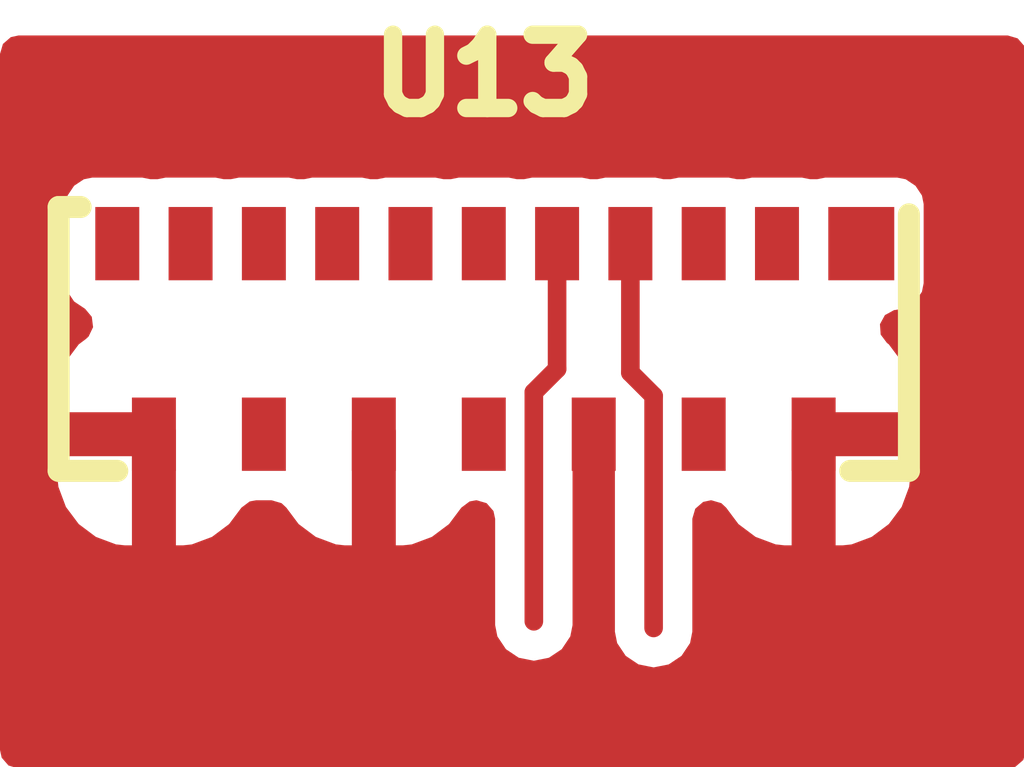
<source format=kicad_pcb>
(kicad_pcb (version 20221018) (generator pcbnew)
  (layers (0 "F.Cu" signal) (1 "In1.Cu" signal) (2 "In2.Cu" signal) (3 "In3.Cu" signal) (4 "In4.Cu" signal) (31 "B.Cu" signal) (34 "B.Paste" user) (35 "F.Paste" user) (36 "B.SilkS" user "B.Silkscreen") (37 "F.SilkS" user "F.Silkscreen") (38 "B.Mask" user) (39 "F.Mask" user) (44 "Edge.Cuts" user))
  (net 0 "")
  (net 1 "GND")
  (net 2 "/rasp_cm/HDMI_CK_N")
  (net 3 "/rasp_cm/HDMI_CK_P")
  (net 4 "/hdmi_conn/HDMI_D0_N")
  (net 5 "/hdmi_conn/HDMI_D0_P")
  (net 6 "/hdmi_conn/HDMI_D1_N")
  (net 7 "/hdmi_conn/HDMI_D1_P")
  (net 8 "/hdmi_conn/HDMI_D2_N")
  (net 9 "/hdmi_conn/HDMI_D2_P")
  (net 10 "/hdmi_conn/HDMI_CEC")
  (net 11 "/hdmi_conn/HDMI_SDA")
  (net 12 "/hdmi_conn/HDMI_SCL")
  (net 13 "/hdmi_conn/HDMI_HPD")
  (net 14 "+5V")
  (footprint "FS-Diode:TestFootprint" (layer "F.Cu") (at 22.8 18.07 180)
    (fp_text reference "U13" (at 0 1.8 180) (layer "F.SilkS") (effects (font (size 0.5 0.5) (thickness 0.125))))
    (fp_text value "TestFootprint")
    (fp_line (start -2.9 -0.9) (end -2.9 0.85) (stroke (width 0.15)) (layer "F.SilkS"))
    (fp_line (start -2.5 -0.9) (end -2.9 -0.9) (stroke (width 0.15)) (layer "F.SilkS"))
    (fp_line (start 2.75 0.9) (end 2.9 0.9) (stroke (width 0.15)) (layer "F.SilkS"))
    (fp_line (start 2.9 -0.9) (end 2.5 -0.9) (stroke (width 0.15)) (layer "F.SilkS"))
    (fp_line (start 2.9 0.9) (end 2.9 -0.9) (stroke (width 0.15)) (layer "F.SilkS"))
    (pad "1" smd rect (at -2.575 0.65 180) (size 0.45 0.5) (layers "F.Cu" "F.Paste" "F.Mask") (net 9 "/hdmi_conn/HDMI_D2_P"))
    (pad "2" smd rect (at -2 0.65 180) (size 0.3 0.5) (layers "F.Cu" "F.Paste" "F.Mask") (net 8 "/hdmi_conn/HDMI_D2_N"))
    (pad "3" smd rect (at -1.5 0.65 180) (size 0.3 0.5) (layers "F.Cu" "F.Paste" "F.Mask"))
    (pad "4" smd rect (at -1 0.65 180) (size 0.3 0.5) (layers "F.Cu" "F.Paste" "F.Mask") (net 7 "/hdmi_conn/HDMI_D1_P"))
    (pad "5" smd rect (at -0.5 0.65 180) (size 0.3 0.5) (layers "F.Cu" "F.Paste" "F.Mask") (net 6 "/hdmi_conn/HDMI_D1_N"))
    (pad "6" smd rect (at 0 0.65 180) (size 0.3 0.5) (layers "F.Cu" "F.Paste" "F.Mask") (net 12 "/hdmi_conn/HDMI_SCL"))
    (pad "7" smd rect (at 0.5 0.65 180) (size 0.3 0.5) (layers "F.Cu" "F.Paste" "F.Mask") (net 5 "/hdmi_conn/HDMI_D0_P"))
    (pad "8" smd rect (at 1 0.65 180) (size 0.3 0.5) (layers "F.Cu" "F.Paste" "F.Mask") (net 4 "/hdmi_conn/HDMI_D0_N"))
    (pad "9" smd rect (at 1.5 0.65 180) (size 0.3 0.5) (layers "F.Cu" "F.Paste" "F.Mask") (net 13 "/hdmi_conn/HDMI_HPD"))
    (pad "10" smd rect (at 2 0.65 180) (size 0.3 0.5) (layers "F.Cu" "F.Paste" "F.Mask") (net 3 "/rasp_cm/HDMI_CK_P"))
    (pad "11" smd rect (at 2.5 0.65 180) (size 0.3 0.5) (layers "F.Cu" "F.Paste" "F.Mask") (net 2 "/rasp_cm/HDMI_CK_N"))
    (pad "12" smd rect (at 2.25 -0.65 180) (size 0.3 0.5) (layers "F.Cu" "F.Paste" "F.Mask") (net 1 "GND"))
    (pad "13" smd rect (at 1.5 -0.65 180) (size 0.3 0.5) (layers "F.Cu" "F.Paste" "F.Mask") (net 14 "+5V"))
    (pad "14" smd rect (at 0.75 -0.65 180) (size 0.3 0.5) (layers "F.Cu" "F.Paste" "F.Mask") (net 1 "GND"))
    (pad "15" smd rect (at 0 -0.65 180) (size 0.3 0.5) (layers "F.Cu" "F.Paste" "F.Mask") (net 11 "/hdmi_conn/HDMI_SDA"))
    (pad "16" smd rect (at -0.75 -0.65 180) (size 0.3 0.5) (layers "F.Cu" "F.Paste" "F.Mask") (net 1 "GND"))
    (pad "17" smd rect (at -1.5 -0.65 180) (size 0.3 0.5) (layers "F.Cu" "F.Paste" "F.Mask") (net 10 "/hdmi_conn/HDMI_CEC"))
    (pad "18" smd rect (at -2.25 -0.65 180) (size 0.3 0.5) (layers "F.Cu" "F.Paste" "F.Mask") (net 1 "GND"))
  )
  (segment (start 23.55 19.6) (end 23.55 19.6) (width 0.25) (layer "F.Cu") (net 1))
  (segment (start 23.3 18.27517) (end 23.141499 18.433671) (width 0.127) (layer "F.Cu") (net 6))
  (segment (start 23.141499 18.433671) (end 23.141499 19.996081) (width 0.127) (layer "F.Cu") (net 6))
  (segment (start 23.3 17.42) (end 23.3 18.27517) (width 0.127) (layer "F.Cu") (net 6))
  (segment (start 23.8 18.3) (end 23.958501 18.458501) (width 0.127) (layer "F.Cu") (net 7))
  (segment (start 23.8 17.42) (end 23.8 18.3) (width 0.127) (layer "F.Cu") (net 7))
  (segment (start 23.958501 18.458501) (end 23.958501 20.041499) (width 0.127) (layer "F.Cu") (net 7))
  (zone (net 1) (net_name "GND") (layer "F.Cu") (connect_pads (clearance 0.2)) (min_thickness 0.254) (fill yes (thermal_gap 0.508) (thermal_bridge_width 0.508))
    (polygon (pts (xy 19.5 16) (xy 19.5 21) (xy 26.5 21) (xy 26.5 16)))
  )
)
</source>
